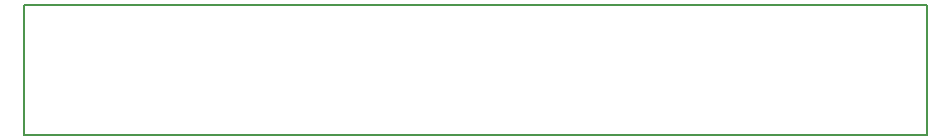
<source format=gbr>
%TF.GenerationSoftware,KiCad,Pcbnew,8.0.1-rc2*%
%TF.CreationDate,2025-04-22T16:56:50+02:00*%
%TF.ProjectId,feather_daughterboard,66656174-6865-4725-9f64-617567687465,1*%
%TF.SameCoordinates,Original*%
%TF.FileFunction,Profile,NP*%
%FSLAX46Y46*%
G04 Gerber Fmt 4.6, Leading zero omitted, Abs format (unit mm)*
G04 Created by KiCad (PCBNEW 8.0.1-rc2) date 2025-04-22 16:56:50*
%MOMM*%
%LPD*%
G01*
G04 APERTURE LIST*
%TA.AperFunction,Profile*%
%ADD10C,0.200000*%
%TD*%
G04 APERTURE END LIST*
D10*
X185000000Y-79000000D02*
X185000000Y-90000000D01*
X185000000Y-90000000D02*
X108500000Y-90000000D01*
X108500000Y-79000000D02*
X185000000Y-79000000D01*
X108500000Y-90000000D02*
X108500000Y-79000000D01*
M02*

</source>
